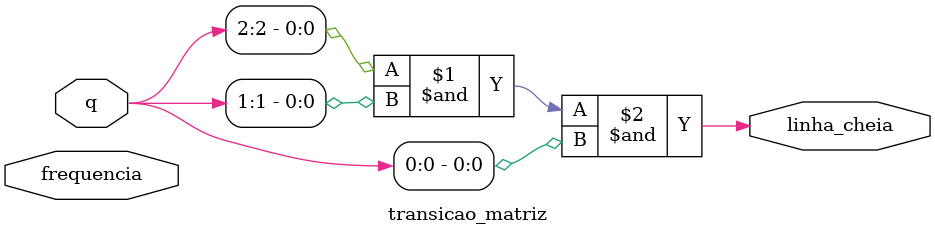
<source format=v>
module transicao_matriz(q, frequencia, linha_cheia);

input [2:0]q;
input frequencia;
output linha_cheia; 


and (linha_cheia, q[2], q[1], q[0]);



endmodule 
</source>
